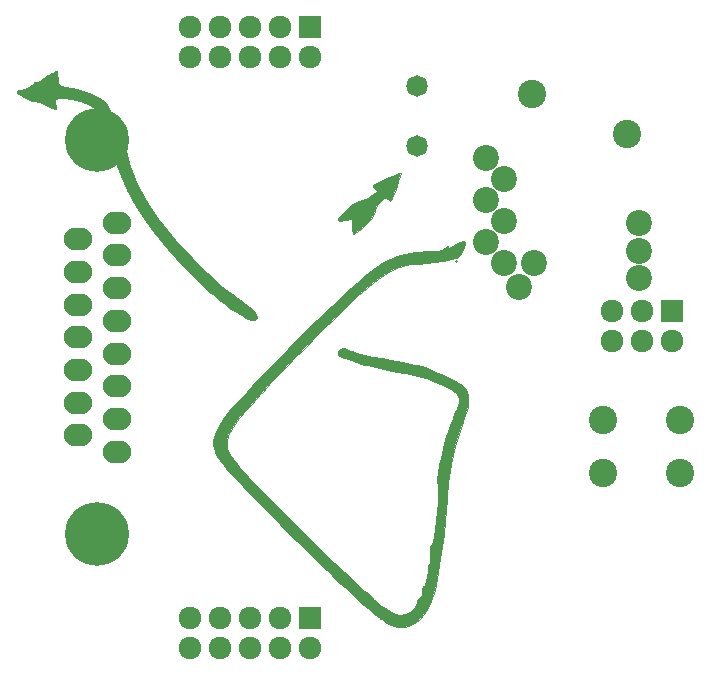
<source format=gbr>
G04 #@! TF.FileFunction,Soldermask,Bot*
%FSLAX46Y46*%
G04 Gerber Fmt 4.6, Leading zero omitted, Abs format (unit mm)*
G04 Created by KiCad (PCBNEW 4.0.4-1.fc24-product) date Wed May 17 10:51:01 2017*
%MOMM*%
%LPD*%
G01*
G04 APERTURE LIST*
%ADD10C,0.100000*%
%ADD11C,0.010000*%
%ADD12C,5.401260*%
%ADD13O,2.398980X1.901140*%
%ADD14R,1.924000X1.924000*%
%ADD15C,1.924000*%
%ADD16C,1.822400*%
%ADD17C,2.398980*%
%ADD18C,2.200000*%
%ADD19C,2.400000*%
G04 APERTURE END LIST*
D10*
D11*
G36*
X90537052Y-98071478D02*
X90264961Y-97722906D01*
X89777415Y-97295250D01*
X89534839Y-97108985D01*
X89124300Y-96798028D01*
X88808408Y-96551880D01*
X88650363Y-96419871D01*
X88646000Y-96415228D01*
X88495590Y-96294605D01*
X88193881Y-96080707D01*
X88011000Y-95956720D01*
X87516311Y-95577168D01*
X86885395Y-95018526D01*
X86158104Y-94322264D01*
X85374288Y-93529851D01*
X84573798Y-92682756D01*
X83796486Y-91822449D01*
X83082203Y-90990398D01*
X82470799Y-90228072D01*
X82341574Y-90057111D01*
X81315859Y-88533989D01*
X80488060Y-86993896D01*
X79881776Y-85484558D01*
X79620219Y-84553778D01*
X79375094Y-83570932D01*
X79126645Y-82731189D01*
X78892013Y-82090058D01*
X78793877Y-81877963D01*
X78415235Y-81155124D01*
X78122961Y-80638640D01*
X77884325Y-80279003D01*
X77666594Y-80026708D01*
X77445508Y-79838531D01*
X77009934Y-79588826D01*
X76388145Y-79325337D01*
X75672409Y-79080066D01*
X74954993Y-78885015D01*
X74393778Y-78780093D01*
X74003960Y-78716863D01*
X73815483Y-78609701D01*
X73749460Y-78381153D01*
X73734947Y-78133222D01*
X73717079Y-77746094D01*
X73702314Y-77486054D01*
X73699669Y-77453335D01*
X73593111Y-77449929D01*
X73343033Y-77585804D01*
X73264889Y-77639333D01*
X72993502Y-77807590D01*
X72848886Y-77848557D01*
X72841555Y-77834001D01*
X72760899Y-77846627D01*
X72565609Y-78023511D01*
X72553836Y-78036058D01*
X72255521Y-78261607D01*
X71989392Y-78344889D01*
X71762990Y-78398245D01*
X71712666Y-78469921D01*
X71596276Y-78599678D01*
X71312157Y-78776081D01*
X70957887Y-78949540D01*
X70631047Y-79070465D01*
X70477944Y-79097411D01*
X70313725Y-79161270D01*
X70301555Y-79197796D01*
X70396748Y-79364305D01*
X70477944Y-79441767D01*
X70759519Y-79610632D01*
X71172134Y-79797794D01*
X71597225Y-79955417D01*
X71916224Y-80035666D01*
X71956351Y-80038222D01*
X72194057Y-80098572D01*
X72578212Y-80253399D01*
X72856340Y-80385177D01*
X73236331Y-80558436D01*
X73493549Y-80642213D01*
X73562063Y-80632121D01*
X73564680Y-80429347D01*
X73551428Y-80144055D01*
X73553059Y-79916008D01*
X73643414Y-79801165D01*
X73891826Y-79760766D01*
X74245557Y-79756000D01*
X74934007Y-79824611D01*
X75653549Y-80007970D01*
X76303927Y-80272366D01*
X76784883Y-80584087D01*
X76827623Y-80624231D01*
X77054672Y-80883122D01*
X77316339Y-81229140D01*
X77567651Y-81594912D01*
X77763633Y-81913063D01*
X77859310Y-82116217D01*
X77849378Y-82154889D01*
X77851518Y-82262946D01*
X77960730Y-82524836D01*
X77969823Y-82542944D01*
X78093846Y-82865894D01*
X78243200Y-83367516D01*
X78389108Y-83949494D01*
X78413814Y-84059889D01*
X78717225Y-85245123D01*
X79105501Y-86383616D01*
X79596211Y-87502776D01*
X80206921Y-88630012D01*
X80955198Y-89792735D01*
X81858610Y-91018353D01*
X82934724Y-92334275D01*
X84201107Y-93767912D01*
X85591063Y-95258251D01*
X86038063Y-95688406D01*
X86578518Y-96154459D01*
X86952666Y-96447830D01*
X87354150Y-96752285D01*
X87659566Y-96997358D01*
X87802418Y-97129595D01*
X87964024Y-97276965D01*
X88262577Y-97496548D01*
X88604871Y-97725634D01*
X88897700Y-97901513D01*
X89040322Y-97962471D01*
X89210792Y-98043605D01*
X89484405Y-98235114D01*
X89492666Y-98241555D01*
X89811184Y-98415283D01*
X90166222Y-98507631D01*
X90465588Y-98507835D01*
X90617093Y-98405128D01*
X90621555Y-98373390D01*
X90537052Y-98071478D01*
X90537052Y-98071478D01*
G37*
X90537052Y-98071478D02*
X90264961Y-97722906D01*
X89777415Y-97295250D01*
X89534839Y-97108985D01*
X89124300Y-96798028D01*
X88808408Y-96551880D01*
X88650363Y-96419871D01*
X88646000Y-96415228D01*
X88495590Y-96294605D01*
X88193881Y-96080707D01*
X88011000Y-95956720D01*
X87516311Y-95577168D01*
X86885395Y-95018526D01*
X86158104Y-94322264D01*
X85374288Y-93529851D01*
X84573798Y-92682756D01*
X83796486Y-91822449D01*
X83082203Y-90990398D01*
X82470799Y-90228072D01*
X82341574Y-90057111D01*
X81315859Y-88533989D01*
X80488060Y-86993896D01*
X79881776Y-85484558D01*
X79620219Y-84553778D01*
X79375094Y-83570932D01*
X79126645Y-82731189D01*
X78892013Y-82090058D01*
X78793877Y-81877963D01*
X78415235Y-81155124D01*
X78122961Y-80638640D01*
X77884325Y-80279003D01*
X77666594Y-80026708D01*
X77445508Y-79838531D01*
X77009934Y-79588826D01*
X76388145Y-79325337D01*
X75672409Y-79080066D01*
X74954993Y-78885015D01*
X74393778Y-78780093D01*
X74003960Y-78716863D01*
X73815483Y-78609701D01*
X73749460Y-78381153D01*
X73734947Y-78133222D01*
X73717079Y-77746094D01*
X73702314Y-77486054D01*
X73699669Y-77453335D01*
X73593111Y-77449929D01*
X73343033Y-77585804D01*
X73264889Y-77639333D01*
X72993502Y-77807590D01*
X72848886Y-77848557D01*
X72841555Y-77834001D01*
X72760899Y-77846627D01*
X72565609Y-78023511D01*
X72553836Y-78036058D01*
X72255521Y-78261607D01*
X71989392Y-78344889D01*
X71762990Y-78398245D01*
X71712666Y-78469921D01*
X71596276Y-78599678D01*
X71312157Y-78776081D01*
X70957887Y-78949540D01*
X70631047Y-79070465D01*
X70477944Y-79097411D01*
X70313725Y-79161270D01*
X70301555Y-79197796D01*
X70396748Y-79364305D01*
X70477944Y-79441767D01*
X70759519Y-79610632D01*
X71172134Y-79797794D01*
X71597225Y-79955417D01*
X71916224Y-80035666D01*
X71956351Y-80038222D01*
X72194057Y-80098572D01*
X72578212Y-80253399D01*
X72856340Y-80385177D01*
X73236331Y-80558436D01*
X73493549Y-80642213D01*
X73562063Y-80632121D01*
X73564680Y-80429347D01*
X73551428Y-80144055D01*
X73553059Y-79916008D01*
X73643414Y-79801165D01*
X73891826Y-79760766D01*
X74245557Y-79756000D01*
X74934007Y-79824611D01*
X75653549Y-80007970D01*
X76303927Y-80272366D01*
X76784883Y-80584087D01*
X76827623Y-80624231D01*
X77054672Y-80883122D01*
X77316339Y-81229140D01*
X77567651Y-81594912D01*
X77763633Y-81913063D01*
X77859310Y-82116217D01*
X77849378Y-82154889D01*
X77851518Y-82262946D01*
X77960730Y-82524836D01*
X77969823Y-82542944D01*
X78093846Y-82865894D01*
X78243200Y-83367516D01*
X78389108Y-83949494D01*
X78413814Y-84059889D01*
X78717225Y-85245123D01*
X79105501Y-86383616D01*
X79596211Y-87502776D01*
X80206921Y-88630012D01*
X80955198Y-89792735D01*
X81858610Y-91018353D01*
X82934724Y-92334275D01*
X84201107Y-93767912D01*
X85591063Y-95258251D01*
X86038063Y-95688406D01*
X86578518Y-96154459D01*
X86952666Y-96447830D01*
X87354150Y-96752285D01*
X87659566Y-96997358D01*
X87802418Y-97129595D01*
X87964024Y-97276965D01*
X88262577Y-97496548D01*
X88604871Y-97725634D01*
X88897700Y-97901513D01*
X89040322Y-97962471D01*
X89210792Y-98043605D01*
X89484405Y-98235114D01*
X89492666Y-98241555D01*
X89811184Y-98415283D01*
X90166222Y-98507631D01*
X90465588Y-98507835D01*
X90617093Y-98405128D01*
X90621555Y-98373390D01*
X90537052Y-98071478D01*
G36*
X108398716Y-104506779D02*
X108255891Y-104254224D01*
X107983907Y-104019327D01*
X107526445Y-103759052D01*
X107234549Y-103617225D01*
X106599599Y-103316986D01*
X105927413Y-102997226D01*
X105380406Y-102735281D01*
X104805176Y-102503630D01*
X104260936Y-102361072D01*
X103995295Y-102333778D01*
X103570444Y-102300964D01*
X103236988Y-102220225D01*
X103198789Y-102202484D01*
X102900303Y-102099085D01*
X102479648Y-102012818D01*
X102396677Y-102001359D01*
X101852416Y-101916305D01*
X101173268Y-101786012D01*
X100436514Y-101628071D01*
X99719435Y-101460072D01*
X99099311Y-101299607D01*
X98653426Y-101164264D01*
X98554659Y-101126850D01*
X98007855Y-100950562D01*
X97653047Y-100963898D01*
X97480084Y-101147067D01*
X97440972Y-101394201D01*
X97581450Y-101573416D01*
X97946349Y-101732377D01*
X98067132Y-101771208D01*
X98554043Y-101939355D01*
X99016215Y-102124152D01*
X99038992Y-102134281D01*
X99411532Y-102272314D01*
X99705257Y-102333595D01*
X99715612Y-102333778D01*
X99944573Y-102366395D01*
X100377279Y-102454371D01*
X100944116Y-102582892D01*
X101373362Y-102686555D01*
X102005968Y-102835333D01*
X102566327Y-102953110D01*
X102978820Y-103024722D01*
X103132696Y-103039333D01*
X103578539Y-103095464D01*
X104202725Y-103247934D01*
X104928263Y-103472864D01*
X105678161Y-103746373D01*
X106375426Y-104044579D01*
X106378965Y-104046239D01*
X107060161Y-104407731D01*
X107488993Y-104755121D01*
X107689530Y-105131167D01*
X107685842Y-105578628D01*
X107525608Y-106083158D01*
X107341918Y-106537824D01*
X107188458Y-106922427D01*
X107134212Y-107061000D01*
X106998450Y-107395774D01*
X106840334Y-107766555D01*
X106696815Y-108168253D01*
X106531344Y-108739422D01*
X106372764Y-109371921D01*
X106249919Y-109957609D01*
X106238136Y-110024333D01*
X106162886Y-110339709D01*
X106037897Y-110763590D01*
X106006287Y-110861125D01*
X105904817Y-111368961D01*
X105882886Y-112065839D01*
X105913131Y-112686866D01*
X105930431Y-113277437D01*
X105913278Y-113984597D01*
X105867521Y-114753072D01*
X105799006Y-115527591D01*
X105713581Y-116252879D01*
X105617092Y-116873664D01*
X105515388Y-117334673D01*
X105414314Y-117580632D01*
X105393388Y-117599997D01*
X105308354Y-117788270D01*
X105273743Y-118151253D01*
X105278610Y-118337401D01*
X105278381Y-118765143D01*
X105231366Y-119086404D01*
X105201725Y-119157849D01*
X105108471Y-119423830D01*
X105059123Y-119761000D01*
X105003584Y-120282896D01*
X104916441Y-120709502D01*
X104814691Y-120976178D01*
X104726228Y-121027020D01*
X104651018Y-121097533D01*
X104622336Y-121365156D01*
X104622993Y-121402269D01*
X104556050Y-121802199D01*
X104401961Y-122020088D01*
X104205991Y-122290034D01*
X104168222Y-122468348D01*
X104040256Y-122863349D01*
X103706978Y-123194767D01*
X103244315Y-123422541D01*
X102728195Y-123506607D01*
X102323152Y-123441872D01*
X102002564Y-123289076D01*
X101592961Y-123037600D01*
X101159303Y-122735406D01*
X100766551Y-122430460D01*
X100479666Y-122170725D01*
X100363608Y-122004165D01*
X100363791Y-121995174D01*
X100265640Y-121863442D01*
X100159759Y-121811743D01*
X99983316Y-121686556D01*
X99631560Y-121382908D01*
X99127368Y-120923263D01*
X98493621Y-120330083D01*
X97753194Y-119625828D01*
X96928967Y-118832962D01*
X96043818Y-117973947D01*
X95120624Y-117071244D01*
X94182265Y-116147316D01*
X93251617Y-115224625D01*
X92351560Y-114325633D01*
X91504970Y-113472802D01*
X90734727Y-112688594D01*
X90063709Y-111995472D01*
X89514793Y-111415896D01*
X89110858Y-110972331D01*
X89058445Y-110912290D01*
X88664394Y-110417249D01*
X88335818Y-109931853D01*
X88128334Y-109540626D01*
X88097234Y-109451454D01*
X88043217Y-108889522D01*
X88190669Y-108278588D01*
X88551643Y-107593223D01*
X89138194Y-106807997D01*
X89599351Y-106282778D01*
X90085698Y-105747885D01*
X90543004Y-105236053D01*
X90912388Y-104813664D01*
X91099514Y-104591555D01*
X91363807Y-104290923D01*
X91800678Y-103822877D01*
X92380647Y-103217035D01*
X93074236Y-102503016D01*
X93851963Y-101710439D01*
X94684350Y-100868923D01*
X95541918Y-100008086D01*
X96395185Y-99157548D01*
X97214674Y-98346927D01*
X97970904Y-97605842D01*
X98634396Y-96963911D01*
X99175669Y-96450754D01*
X99479898Y-96171603D01*
X100507759Y-95313826D01*
X101462812Y-94658960D01*
X102411561Y-94164475D01*
X102968778Y-93940349D01*
X103217753Y-93889529D01*
X103679928Y-93829432D01*
X104286801Y-93767951D01*
X104896880Y-93718191D01*
X105605032Y-93651867D01*
X106258688Y-93563888D01*
X106777554Y-93466595D01*
X107048824Y-93387404D01*
X107367647Y-93275804D01*
X107543110Y-93256392D01*
X107554889Y-93272068D01*
X107623967Y-93227366D01*
X107799017Y-93004221D01*
X107907667Y-92849021D01*
X108180519Y-92360056D01*
X108248864Y-92025951D01*
X108127112Y-91868633D01*
X107829672Y-91910027D01*
X107433983Y-92128280D01*
X107036407Y-92369110D01*
X106802261Y-92448223D01*
X106755721Y-92359907D01*
X106793204Y-92279611D01*
X106775200Y-92238540D01*
X106599619Y-92365317D01*
X106554587Y-92404383D01*
X106262706Y-92592304D01*
X105871371Y-92687879D01*
X105367666Y-92715414D01*
X103991762Y-92807970D01*
X102761192Y-93045326D01*
X101729956Y-93417050D01*
X101725910Y-93418981D01*
X101224549Y-93700109D01*
X100620623Y-94116467D01*
X99902976Y-94678012D01*
X99060446Y-95394701D01*
X98081876Y-96276493D01*
X96956107Y-97333343D01*
X95671980Y-98575211D01*
X94218336Y-100012052D01*
X93248283Y-100983815D01*
X91891010Y-102357602D01*
X90727630Y-103555528D01*
X89745600Y-104594175D01*
X88932378Y-105490124D01*
X88275424Y-106259958D01*
X87762195Y-106920258D01*
X87380149Y-107487607D01*
X87116744Y-107978586D01*
X86959440Y-108409778D01*
X86895694Y-108797764D01*
X86912964Y-109159126D01*
X86944135Y-109318778D01*
X87041284Y-109653061D01*
X87183911Y-109972885D01*
X87402785Y-110322168D01*
X87728671Y-110744830D01*
X88192338Y-111284792D01*
X88772900Y-111929333D01*
X89233065Y-112422295D01*
X89850437Y-113065893D01*
X90594338Y-113829569D01*
X91434093Y-114682759D01*
X92339025Y-115594902D01*
X93278459Y-116535437D01*
X94221717Y-117473802D01*
X95138123Y-118379436D01*
X95997002Y-119221778D01*
X96767677Y-119970265D01*
X97419472Y-120594337D01*
X97921710Y-121063432D01*
X98121212Y-121242666D01*
X98658336Y-121721260D01*
X99281268Y-122287494D01*
X99871941Y-122833856D01*
X99980828Y-122936000D01*
X100412468Y-123329237D01*
X100770625Y-123631494D01*
X101004964Y-123801504D01*
X101063408Y-123823545D01*
X101227675Y-123894102D01*
X101421624Y-124070489D01*
X101724351Y-124283426D01*
X101974648Y-124347111D01*
X102287830Y-124410852D01*
X102423773Y-124493551D01*
X102664338Y-124570595D01*
X103085636Y-124556215D01*
X103173198Y-124543569D01*
X103802407Y-124307526D01*
X104398026Y-123830530D01*
X104932508Y-123153786D01*
X105378305Y-122318499D01*
X105707871Y-121365874D01*
X105875111Y-120502092D01*
X105963447Y-119848639D01*
X106064508Y-119175496D01*
X106143464Y-118702666D01*
X106308062Y-117697623D01*
X106455334Y-116623618D01*
X106576488Y-115560501D01*
X106662731Y-114588125D01*
X106705272Y-113786341D01*
X106708222Y-113573256D01*
X106789781Y-112224446D01*
X107021679Y-110737153D01*
X107384747Y-109198538D01*
X107859816Y-107695766D01*
X108183730Y-106863965D01*
X108481792Y-105895372D01*
X108517794Y-105026343D01*
X108398716Y-104506779D01*
X108398716Y-104506779D01*
G37*
X108398716Y-104506779D02*
X108255891Y-104254224D01*
X107983907Y-104019327D01*
X107526445Y-103759052D01*
X107234549Y-103617225D01*
X106599599Y-103316986D01*
X105927413Y-102997226D01*
X105380406Y-102735281D01*
X104805176Y-102503630D01*
X104260936Y-102361072D01*
X103995295Y-102333778D01*
X103570444Y-102300964D01*
X103236988Y-102220225D01*
X103198789Y-102202484D01*
X102900303Y-102099085D01*
X102479648Y-102012818D01*
X102396677Y-102001359D01*
X101852416Y-101916305D01*
X101173268Y-101786012D01*
X100436514Y-101628071D01*
X99719435Y-101460072D01*
X99099311Y-101299607D01*
X98653426Y-101164264D01*
X98554659Y-101126850D01*
X98007855Y-100950562D01*
X97653047Y-100963898D01*
X97480084Y-101147067D01*
X97440972Y-101394201D01*
X97581450Y-101573416D01*
X97946349Y-101732377D01*
X98067132Y-101771208D01*
X98554043Y-101939355D01*
X99016215Y-102124152D01*
X99038992Y-102134281D01*
X99411532Y-102272314D01*
X99705257Y-102333595D01*
X99715612Y-102333778D01*
X99944573Y-102366395D01*
X100377279Y-102454371D01*
X100944116Y-102582892D01*
X101373362Y-102686555D01*
X102005968Y-102835333D01*
X102566327Y-102953110D01*
X102978820Y-103024722D01*
X103132696Y-103039333D01*
X103578539Y-103095464D01*
X104202725Y-103247934D01*
X104928263Y-103472864D01*
X105678161Y-103746373D01*
X106375426Y-104044579D01*
X106378965Y-104046239D01*
X107060161Y-104407731D01*
X107488993Y-104755121D01*
X107689530Y-105131167D01*
X107685842Y-105578628D01*
X107525608Y-106083158D01*
X107341918Y-106537824D01*
X107188458Y-106922427D01*
X107134212Y-107061000D01*
X106998450Y-107395774D01*
X106840334Y-107766555D01*
X106696815Y-108168253D01*
X106531344Y-108739422D01*
X106372764Y-109371921D01*
X106249919Y-109957609D01*
X106238136Y-110024333D01*
X106162886Y-110339709D01*
X106037897Y-110763590D01*
X106006287Y-110861125D01*
X105904817Y-111368961D01*
X105882886Y-112065839D01*
X105913131Y-112686866D01*
X105930431Y-113277437D01*
X105913278Y-113984597D01*
X105867521Y-114753072D01*
X105799006Y-115527591D01*
X105713581Y-116252879D01*
X105617092Y-116873664D01*
X105515388Y-117334673D01*
X105414314Y-117580632D01*
X105393388Y-117599997D01*
X105308354Y-117788270D01*
X105273743Y-118151253D01*
X105278610Y-118337401D01*
X105278381Y-118765143D01*
X105231366Y-119086404D01*
X105201725Y-119157849D01*
X105108471Y-119423830D01*
X105059123Y-119761000D01*
X105003584Y-120282896D01*
X104916441Y-120709502D01*
X104814691Y-120976178D01*
X104726228Y-121027020D01*
X104651018Y-121097533D01*
X104622336Y-121365156D01*
X104622993Y-121402269D01*
X104556050Y-121802199D01*
X104401961Y-122020088D01*
X104205991Y-122290034D01*
X104168222Y-122468348D01*
X104040256Y-122863349D01*
X103706978Y-123194767D01*
X103244315Y-123422541D01*
X102728195Y-123506607D01*
X102323152Y-123441872D01*
X102002564Y-123289076D01*
X101592961Y-123037600D01*
X101159303Y-122735406D01*
X100766551Y-122430460D01*
X100479666Y-122170725D01*
X100363608Y-122004165D01*
X100363791Y-121995174D01*
X100265640Y-121863442D01*
X100159759Y-121811743D01*
X99983316Y-121686556D01*
X99631560Y-121382908D01*
X99127368Y-120923263D01*
X98493621Y-120330083D01*
X97753194Y-119625828D01*
X96928967Y-118832962D01*
X96043818Y-117973947D01*
X95120624Y-117071244D01*
X94182265Y-116147316D01*
X93251617Y-115224625D01*
X92351560Y-114325633D01*
X91504970Y-113472802D01*
X90734727Y-112688594D01*
X90063709Y-111995472D01*
X89514793Y-111415896D01*
X89110858Y-110972331D01*
X89058445Y-110912290D01*
X88664394Y-110417249D01*
X88335818Y-109931853D01*
X88128334Y-109540626D01*
X88097234Y-109451454D01*
X88043217Y-108889522D01*
X88190669Y-108278588D01*
X88551643Y-107593223D01*
X89138194Y-106807997D01*
X89599351Y-106282778D01*
X90085698Y-105747885D01*
X90543004Y-105236053D01*
X90912388Y-104813664D01*
X91099514Y-104591555D01*
X91363807Y-104290923D01*
X91800678Y-103822877D01*
X92380647Y-103217035D01*
X93074236Y-102503016D01*
X93851963Y-101710439D01*
X94684350Y-100868923D01*
X95541918Y-100008086D01*
X96395185Y-99157548D01*
X97214674Y-98346927D01*
X97970904Y-97605842D01*
X98634396Y-96963911D01*
X99175669Y-96450754D01*
X99479898Y-96171603D01*
X100507759Y-95313826D01*
X101462812Y-94658960D01*
X102411561Y-94164475D01*
X102968778Y-93940349D01*
X103217753Y-93889529D01*
X103679928Y-93829432D01*
X104286801Y-93767951D01*
X104896880Y-93718191D01*
X105605032Y-93651867D01*
X106258688Y-93563888D01*
X106777554Y-93466595D01*
X107048824Y-93387404D01*
X107367647Y-93275804D01*
X107543110Y-93256392D01*
X107554889Y-93272068D01*
X107623967Y-93227366D01*
X107799017Y-93004221D01*
X107907667Y-92849021D01*
X108180519Y-92360056D01*
X108248864Y-92025951D01*
X108127112Y-91868633D01*
X107829672Y-91910027D01*
X107433983Y-92128280D01*
X107036407Y-92369110D01*
X106802261Y-92448223D01*
X106755721Y-92359907D01*
X106793204Y-92279611D01*
X106775200Y-92238540D01*
X106599619Y-92365317D01*
X106554587Y-92404383D01*
X106262706Y-92592304D01*
X105871371Y-92687879D01*
X105367666Y-92715414D01*
X103991762Y-92807970D01*
X102761192Y-93045326D01*
X101729956Y-93417050D01*
X101725910Y-93418981D01*
X101224549Y-93700109D01*
X100620623Y-94116467D01*
X99902976Y-94678012D01*
X99060446Y-95394701D01*
X98081876Y-96276493D01*
X96956107Y-97333343D01*
X95671980Y-98575211D01*
X94218336Y-100012052D01*
X93248283Y-100983815D01*
X91891010Y-102357602D01*
X90727630Y-103555528D01*
X89745600Y-104594175D01*
X88932378Y-105490124D01*
X88275424Y-106259958D01*
X87762195Y-106920258D01*
X87380149Y-107487607D01*
X87116744Y-107978586D01*
X86959440Y-108409778D01*
X86895694Y-108797764D01*
X86912964Y-109159126D01*
X86944135Y-109318778D01*
X87041284Y-109653061D01*
X87183911Y-109972885D01*
X87402785Y-110322168D01*
X87728671Y-110744830D01*
X88192338Y-111284792D01*
X88772900Y-111929333D01*
X89233065Y-112422295D01*
X89850437Y-113065893D01*
X90594338Y-113829569D01*
X91434093Y-114682759D01*
X92339025Y-115594902D01*
X93278459Y-116535437D01*
X94221717Y-117473802D01*
X95138123Y-118379436D01*
X95997002Y-119221778D01*
X96767677Y-119970265D01*
X97419472Y-120594337D01*
X97921710Y-121063432D01*
X98121212Y-121242666D01*
X98658336Y-121721260D01*
X99281268Y-122287494D01*
X99871941Y-122833856D01*
X99980828Y-122936000D01*
X100412468Y-123329237D01*
X100770625Y-123631494D01*
X101004964Y-123801504D01*
X101063408Y-123823545D01*
X101227675Y-123894102D01*
X101421624Y-124070489D01*
X101724351Y-124283426D01*
X101974648Y-124347111D01*
X102287830Y-124410852D01*
X102423773Y-124493551D01*
X102664338Y-124570595D01*
X103085636Y-124556215D01*
X103173198Y-124543569D01*
X103802407Y-124307526D01*
X104398026Y-123830530D01*
X104932508Y-123153786D01*
X105378305Y-122318499D01*
X105707871Y-121365874D01*
X105875111Y-120502092D01*
X105963447Y-119848639D01*
X106064508Y-119175496D01*
X106143464Y-118702666D01*
X106308062Y-117697623D01*
X106455334Y-116623618D01*
X106576488Y-115560501D01*
X106662731Y-114588125D01*
X106705272Y-113786341D01*
X106708222Y-113573256D01*
X106789781Y-112224446D01*
X107021679Y-110737153D01*
X107384747Y-109198538D01*
X107859816Y-107695766D01*
X108183730Y-106863965D01*
X108481792Y-105895372D01*
X108517794Y-105026343D01*
X108398716Y-104506779D01*
G36*
X102781783Y-86056158D02*
X102620468Y-86088517D01*
X102266320Y-86219511D01*
X101780768Y-86425309D01*
X101487111Y-86558434D01*
X100932669Y-86819721D01*
X100599623Y-86996304D01*
X100451654Y-87118506D01*
X100452442Y-87216651D01*
X100565667Y-87321061D01*
X100569889Y-87324211D01*
X100732880Y-87464926D01*
X100741029Y-87592176D01*
X100572036Y-87783976D01*
X100391274Y-87949052D01*
X99977922Y-88234793D01*
X99585683Y-88364102D01*
X99544607Y-88366099D01*
X99221169Y-88456651D01*
X98785706Y-88737478D01*
X98263475Y-89177487D01*
X97870273Y-89551698D01*
X97588045Y-89857152D01*
X97459645Y-90045774D01*
X97460984Y-90077768D01*
X97647951Y-90118670D01*
X97997899Y-90107373D01*
X98109342Y-90094465D01*
X98664889Y-90019951D01*
X98664889Y-90579457D01*
X98687658Y-90959723D01*
X98744217Y-91207998D01*
X98762926Y-91237000D01*
X98899070Y-91188564D01*
X99180736Y-90976252D01*
X99557939Y-90639724D01*
X99750704Y-90453207D01*
X100231706Y-89947035D01*
X100516165Y-89568423D01*
X100633432Y-89275754D01*
X100640444Y-89191787D01*
X100780687Y-88766989D01*
X101080111Y-88442244D01*
X101367484Y-88216507D01*
X101532170Y-88163574D01*
X101660673Y-88266803D01*
X101702705Y-88322457D01*
X101844976Y-88478795D01*
X101945992Y-88411724D01*
X102034503Y-88221257D01*
X102357472Y-87434913D01*
X102599177Y-86796174D01*
X102748614Y-86336921D01*
X102794780Y-86089035D01*
X102781783Y-86056158D01*
X102781783Y-86056158D01*
G37*
X102781783Y-86056158D02*
X102620468Y-86088517D01*
X102266320Y-86219511D01*
X101780768Y-86425309D01*
X101487111Y-86558434D01*
X100932669Y-86819721D01*
X100599623Y-86996304D01*
X100451654Y-87118506D01*
X100452442Y-87216651D01*
X100565667Y-87321061D01*
X100569889Y-87324211D01*
X100732880Y-87464926D01*
X100741029Y-87592176D01*
X100572036Y-87783976D01*
X100391274Y-87949052D01*
X99977922Y-88234793D01*
X99585683Y-88364102D01*
X99544607Y-88366099D01*
X99221169Y-88456651D01*
X98785706Y-88737478D01*
X98263475Y-89177487D01*
X97870273Y-89551698D01*
X97588045Y-89857152D01*
X97459645Y-90045774D01*
X97460984Y-90077768D01*
X97647951Y-90118670D01*
X97997899Y-90107373D01*
X98109342Y-90094465D01*
X98664889Y-90019951D01*
X98664889Y-90579457D01*
X98687658Y-90959723D01*
X98744217Y-91207998D01*
X98762926Y-91237000D01*
X98899070Y-91188564D01*
X99180736Y-90976252D01*
X99557939Y-90639724D01*
X99750704Y-90453207D01*
X100231706Y-89947035D01*
X100516165Y-89568423D01*
X100633432Y-89275754D01*
X100640444Y-89191787D01*
X100780687Y-88766989D01*
X101080111Y-88442244D01*
X101367484Y-88216507D01*
X101532170Y-88163574D01*
X101660673Y-88266803D01*
X101702705Y-88322457D01*
X101844976Y-88478795D01*
X101945992Y-88411724D01*
X102034503Y-88221257D01*
X102357472Y-87434913D01*
X102599177Y-86796174D01*
X102748614Y-86336921D01*
X102794780Y-86089035D01*
X102781783Y-86056158D01*
G36*
X107484333Y-93443778D02*
X107413778Y-93514333D01*
X107484333Y-93584889D01*
X107554889Y-93514333D01*
X107484333Y-93443778D01*
X107484333Y-93443778D01*
G37*
X107484333Y-93443778D02*
X107413778Y-93514333D01*
X107484333Y-93584889D01*
X107554889Y-93514333D01*
X107484333Y-93443778D01*
D12*
X77112000Y-116662400D03*
D13*
X78783320Y-104155440D03*
X78783320Y-106924040D03*
X78783320Y-109695180D03*
X78783320Y-101384300D03*
X78783320Y-98615700D03*
X75440680Y-108310880D03*
X78783320Y-90304820D03*
X78783320Y-93075960D03*
X78783320Y-95844560D03*
D12*
X77112000Y-83337600D03*
D13*
X75440680Y-105539740D03*
X75440680Y-102771140D03*
X75440680Y-100000000D03*
X75440680Y-97228860D03*
X75440680Y-94460260D03*
X75440680Y-91689120D03*
D14*
X95080000Y-123730000D03*
D15*
X95080000Y-126270000D03*
X92540000Y-123730000D03*
X92540000Y-126270000D03*
X90000000Y-123730000D03*
X90000000Y-126270000D03*
X87460000Y-123730000D03*
X87460000Y-126270000D03*
X84920000Y-123730000D03*
X84920000Y-126270000D03*
D14*
X95080000Y-73730000D03*
D15*
X95080000Y-76270000D03*
X92540000Y-73730000D03*
X92540000Y-76270000D03*
X90000000Y-73730000D03*
X90000000Y-76270000D03*
X87460000Y-73730000D03*
X87460000Y-76270000D03*
X84920000Y-73730000D03*
X84920000Y-76270000D03*
D16*
X104140000Y-83820000D03*
X104140000Y-78740000D03*
D14*
X125730000Y-97790000D03*
D15*
X125730000Y-100330000D03*
X123190000Y-97790000D03*
X123190000Y-100330000D03*
X120650000Y-97790000D03*
X120650000Y-100330000D03*
D17*
X119938800Y-111470440D03*
X126441200Y-106969560D03*
X119938800Y-106969560D03*
X126441200Y-111470440D03*
D18*
X122936000Y-94996000D03*
X122936000Y-92710000D03*
X109982000Y-84836000D03*
X111506000Y-86614000D03*
X109982000Y-88392000D03*
X111506000Y-90170000D03*
X111506000Y-93726000D03*
X109982000Y-91948000D03*
X112776000Y-95758000D03*
X114046000Y-93726000D03*
X122936000Y-90297000D03*
D19*
X121920000Y-82804000D03*
X113919000Y-79375000D03*
M02*

</source>
